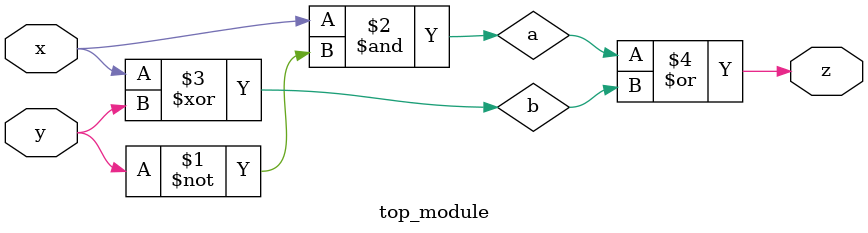
<source format=sv>
module top_module(
  input x,
  input y,
  output z);

  wire a;
  wire b;
  
  // First Gate
  assign a = x & ~y;

  // Second Gate
  assign b = x ^ y;

  // Third Gate
  assign z = a | b;

endmodule

</source>
